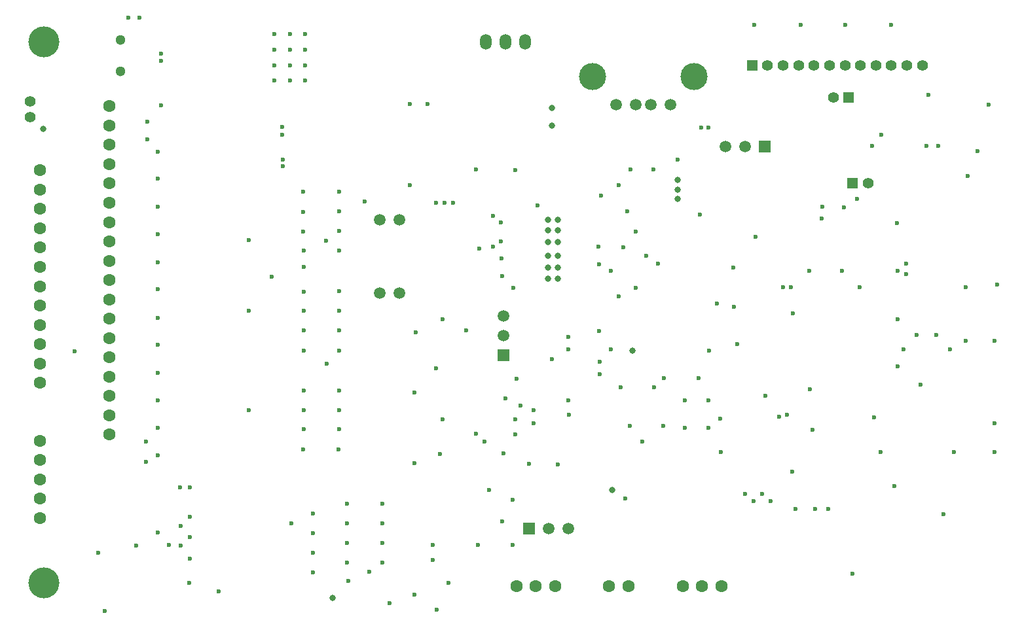
<source format=gbs>
G04*
G04 #@! TF.GenerationSoftware,Altium Limited,Altium Designer,21.6.1 (37)*
G04*
G04 Layer_Color=16711935*
%FSLAX44Y44*%
%MOMM*%
G71*
G04*
G04 #@! TF.SameCoordinates,3233E1FD-44FA-4E4D-806F-7065AC5E4394*
G04*
G04*
G04 #@! TF.FilePolarity,Negative*
G04*
G01*
G75*
%ADD63C,0.8000*%
%ADD78C,1.6000*%
%ADD79C,1.5000*%
%ADD80C,3.5000*%
%ADD81O,1.5000X2.0000*%
%ADD82C,4.0000*%
%ADD83C,1.4000*%
%ADD84R,1.5000X1.5000*%
%ADD85R,1.5000X1.5000*%
%ADD86R,1.4000X1.4000*%
%ADD87C,0.6000*%
%ADD88C,1.3000*%
D63*
X707000Y665000D02*
D03*
Y642000D02*
D03*
X785000Y170000D02*
D03*
X870000Y547250D02*
D03*
Y571250D02*
D03*
Y559250D02*
D03*
X48840Y638000D02*
D03*
X423000Y31000D02*
D03*
X714750Y444150D02*
D03*
X702050D02*
D03*
Y458120D02*
D03*
X714750D02*
D03*
X702050Y473360D02*
D03*
X714750D02*
D03*
X702050Y491140D02*
D03*
X714750D02*
D03*
X702050Y506380D02*
D03*
X714750D02*
D03*
Y520350D02*
D03*
X702050D02*
D03*
X811000Y351000D02*
D03*
D78*
X781000Y46000D02*
D03*
X806000D02*
D03*
X926000D02*
D03*
X901000D02*
D03*
X876000D02*
D03*
X661000D02*
D03*
X686000D02*
D03*
X711000D02*
D03*
X135000Y267000D02*
D03*
Y242000D02*
D03*
Y367000D02*
D03*
Y292000D02*
D03*
Y342000D02*
D03*
Y317000D02*
D03*
Y417000D02*
D03*
Y442000D02*
D03*
Y392000D02*
D03*
Y467000D02*
D03*
Y542000D02*
D03*
Y517000D02*
D03*
Y492000D02*
D03*
Y592000D02*
D03*
Y617000D02*
D03*
Y642000D02*
D03*
Y667000D02*
D03*
Y567000D02*
D03*
X45000Y334000D02*
D03*
Y359000D02*
D03*
Y309000D02*
D03*
Y384000D02*
D03*
Y459000D02*
D03*
Y434000D02*
D03*
Y409000D02*
D03*
Y509000D02*
D03*
Y534000D02*
D03*
Y559000D02*
D03*
Y584000D02*
D03*
Y484000D02*
D03*
Y134000D02*
D03*
Y234000D02*
D03*
Y209000D02*
D03*
Y184000D02*
D03*
Y159000D02*
D03*
D79*
X815000Y669200D02*
D03*
X835000D02*
D03*
X860000D02*
D03*
X790000D02*
D03*
X957000Y615000D02*
D03*
X931600D02*
D03*
X728400Y120000D02*
D03*
X703000D02*
D03*
X644000Y395400D02*
D03*
Y370000D02*
D03*
X484145Y520000D02*
D03*
Y425416D02*
D03*
X510000D02*
D03*
Y520000D02*
D03*
D80*
X890700Y705000D02*
D03*
X759300D02*
D03*
D81*
X672400Y750000D02*
D03*
X647000D02*
D03*
X621600D02*
D03*
D82*
X50000D02*
D03*
Y50000D02*
D03*
D83*
X31840Y653000D02*
D03*
Y673000D02*
D03*
X1146000Y720000D02*
D03*
X1126000D02*
D03*
X986000D02*
D03*
X1006000D02*
D03*
X1026000D02*
D03*
X1046000D02*
D03*
X1066000D02*
D03*
X1086000D02*
D03*
X1106000D02*
D03*
X1166000D02*
D03*
X1186000D02*
D03*
X1116000Y567000D02*
D03*
X1071000Y678000D02*
D03*
D84*
X982400Y615000D02*
D03*
X677600Y120000D02*
D03*
D85*
X644000Y344600D02*
D03*
D86*
X966000Y720000D02*
D03*
X1096000Y567000D02*
D03*
X1091000Y678000D02*
D03*
D87*
X159000Y782000D02*
D03*
X169000Y98000D02*
D03*
X120000Y89000D02*
D03*
X129000Y14000D02*
D03*
X1056000Y522000D02*
D03*
X1124000Y264000D02*
D03*
X844000Y463000D02*
D03*
X558000Y15000D02*
D03*
X1016000Y433000D02*
D03*
X1006000D02*
D03*
X1283000Y436000D02*
D03*
X1242000Y433000D02*
D03*
X626000Y170000D02*
D03*
X644000Y218000D02*
D03*
X677000Y204000D02*
D03*
X174000Y782000D02*
D03*
X641000Y517000D02*
D03*
X1018000Y194000D02*
D03*
X1279000Y219000D02*
D03*
X838000Y585000D02*
D03*
X802000Y159000D02*
D03*
X661000Y314000D02*
D03*
X728000Y286000D02*
D03*
X683000Y257000D02*
D03*
Y274000D02*
D03*
X909000Y250349D02*
D03*
X925000Y263000D02*
D03*
X368000Y700000D02*
D03*
X1154000Y454000D02*
D03*
X557000Y328000D02*
D03*
X808000Y253000D02*
D03*
X528975Y296296D02*
D03*
X619906Y232750D02*
D03*
X609000Y243000D02*
D03*
X562000Y217000D02*
D03*
X796000Y303000D02*
D03*
X824000Y233000D02*
D03*
X839000Y303000D02*
D03*
X666687Y279688D02*
D03*
X659500Y262000D02*
D03*
X647000Y289000D02*
D03*
X715000Y203000D02*
D03*
X769000Y320000D02*
D03*
X783650Y352000D02*
D03*
X910000Y351000D02*
D03*
X1165000Y463000D02*
D03*
X1162000Y352000D02*
D03*
X1105000Y433000D02*
D03*
X1165000Y450000D02*
D03*
X1179000Y371000D02*
D03*
X1154000Y391000D02*
D03*
X920000Y412000D02*
D03*
X947000Y359000D02*
D03*
X990000Y156000D02*
D03*
X1001000Y265000D02*
D03*
X1153000Y516000D02*
D03*
X1085000Y536000D02*
D03*
X983250Y292000D02*
D03*
X1082000Y454000D02*
D03*
X1019000Y399000D02*
D03*
X1040000Y454000D02*
D03*
X968000Y156000D02*
D03*
X1011000Y268000D02*
D03*
X957000Y165000D02*
D03*
X979000D02*
D03*
X852000Y315000D02*
D03*
X729000Y268000D02*
D03*
X1121000Y616000D02*
D03*
X1279000Y363000D02*
D03*
Y257000D02*
D03*
X1227000Y219000D02*
D03*
X1044000Y248000D02*
D03*
X1184000Y307000D02*
D03*
X1132421Y219421D02*
D03*
X315000Y494000D02*
D03*
X465000Y544000D02*
D03*
X385000Y556000D02*
D03*
X432000Y556000D02*
D03*
Y530667D02*
D03*
X1242000Y363000D02*
D03*
X642803Y447197D02*
D03*
X1041000Y301000D02*
D03*
X1154000Y330000D02*
D03*
X1204000Y371000D02*
D03*
X1222000Y352000D02*
D03*
X359000Y589000D02*
D03*
Y598000D02*
D03*
X1095600Y61600D02*
D03*
X1133000Y630000D02*
D03*
X659500Y242000D02*
D03*
X900000Y639000D02*
D03*
X909000D02*
D03*
X523000Y669500D02*
D03*
X815000Y505000D02*
D03*
X804000Y531000D02*
D03*
X770200Y551000D02*
D03*
X829000Y473025D02*
D03*
X596000Y377000D02*
D03*
X728000Y368000D02*
D03*
X707000Y340000D02*
D03*
X612875Y483000D02*
D03*
X546500Y669500D02*
D03*
X809000Y585000D02*
D03*
X388000Y740000D02*
D03*
Y720000D02*
D03*
Y700000D02*
D03*
X368000Y740000D02*
D03*
Y720000D02*
D03*
X348000Y740000D02*
D03*
Y720000D02*
D03*
X388000Y760000D02*
D03*
X368000D02*
D03*
X348000Y700000D02*
D03*
Y760000D02*
D03*
X568000Y542000D02*
D03*
X557000D02*
D03*
X579000D02*
D03*
X523000Y565000D02*
D03*
X609000Y585000D02*
D03*
X660000Y584000D02*
D03*
X688000Y539000D02*
D03*
X767500Y485500D02*
D03*
X768000Y375900D02*
D03*
X529000Y205000D02*
D03*
X769100Y336000D02*
D03*
X728000Y352000D02*
D03*
X202000Y668000D02*
D03*
Y726000D02*
D03*
Y735000D02*
D03*
X358000Y640000D02*
D03*
X631000Y525000D02*
D03*
X566000Y391000D02*
D03*
Y262000D02*
D03*
X531000Y374000D02*
D03*
X345000Y446000D02*
D03*
X184000Y624000D02*
D03*
Y647000D02*
D03*
X358000Y630000D02*
D03*
X1245000Y577000D02*
D03*
X1102000Y547000D02*
D03*
X898096Y527096D02*
D03*
X657000Y432000D02*
D03*
X90000Y350000D02*
D03*
X573000Y50000D02*
D03*
X553000Y99250D02*
D03*
X497000Y24000D02*
D03*
X529000Y35000D02*
D03*
X851000Y253000D02*
D03*
X553000Y80000D02*
D03*
X471000Y64500D02*
D03*
X793000Y421000D02*
D03*
X239000Y109000D02*
D03*
X897000Y315000D02*
D03*
X878651Y286000D02*
D03*
X815500Y431667D02*
D03*
X925501Y219499D02*
D03*
X656588Y158000D02*
D03*
X870000Y598000D02*
D03*
X1213000Y139000D02*
D03*
X386000Y459000D02*
D03*
X416000Y334000D02*
D03*
X444000Y53000D02*
D03*
X398000Y63800D02*
D03*
Y89200D02*
D03*
Y114600D02*
D03*
Y140000D02*
D03*
X370250Y126850D02*
D03*
X315250Y274000D02*
D03*
Y402000D02*
D03*
X878651Y250349D02*
D03*
X641000Y492000D02*
D03*
X197000Y608000D02*
D03*
X783650Y454250D02*
D03*
X1047000Y146000D02*
D03*
X1022000D02*
D03*
X1029000Y772000D02*
D03*
X1146000D02*
D03*
X1086000Y771998D02*
D03*
X969000D02*
D03*
X942000Y407000D02*
D03*
X941818Y457818D02*
D03*
X276500Y38825D02*
D03*
X642588Y130000D02*
D03*
X1064000Y146000D02*
D03*
X1257000Y609000D02*
D03*
X1194000Y682000D02*
D03*
X1191500Y616000D02*
D03*
X1207000D02*
D03*
X488000Y101950D02*
D03*
Y76000D02*
D03*
X431000Y223000D02*
D03*
X488000Y152450D02*
D03*
Y127000D02*
D03*
X611500Y99500D02*
D03*
X432000Y274000D02*
D03*
Y299000D02*
D03*
Y249000D02*
D03*
X768000Y462000D02*
D03*
X793000Y565000D02*
D03*
X226000Y174000D02*
D03*
X656588Y99500D02*
D03*
X970000Y498000D02*
D03*
X799125Y484125D02*
D03*
X1272000Y669000D02*
D03*
X909000Y286000D02*
D03*
X1150000Y175000D02*
D03*
X442000Y152450D02*
D03*
X197000Y115000D02*
D03*
X212000Y99000D02*
D03*
X239000Y174000D02*
D03*
X414975Y493000D02*
D03*
X630775Y485375D02*
D03*
X197000Y573000D02*
D03*
Y537000D02*
D03*
X182000Y233000D02*
D03*
X197000Y250727D02*
D03*
Y286700D02*
D03*
Y322182D02*
D03*
Y358000D02*
D03*
Y393000D02*
D03*
Y430000D02*
D03*
Y501000D02*
D03*
Y215000D02*
D03*
X227000Y98000D02*
D03*
Y124000D02*
D03*
X239000Y136000D02*
D03*
X182000Y207000D02*
D03*
X197000Y465091D02*
D03*
X239000Y81000D02*
D03*
X238000Y50000D02*
D03*
X642000Y470000D02*
D03*
X432000Y351000D02*
D03*
X442000Y127000D02*
D03*
Y101950D02*
D03*
Y76000D02*
D03*
X432000Y505333D02*
D03*
Y480000D02*
D03*
Y376667D02*
D03*
Y428000D02*
D03*
Y402333D02*
D03*
X385000Y223000D02*
D03*
X386000Y249000D02*
D03*
Y274000D02*
D03*
Y299000D02*
D03*
Y351000D02*
D03*
Y377000D02*
D03*
Y402000D02*
D03*
Y427000D02*
D03*
Y480000D02*
D03*
X385000Y505000D02*
D03*
Y530000D02*
D03*
X1057000Y537000D02*
D03*
D88*
X149000Y753000D02*
D03*
Y712000D02*
D03*
M02*

</source>
